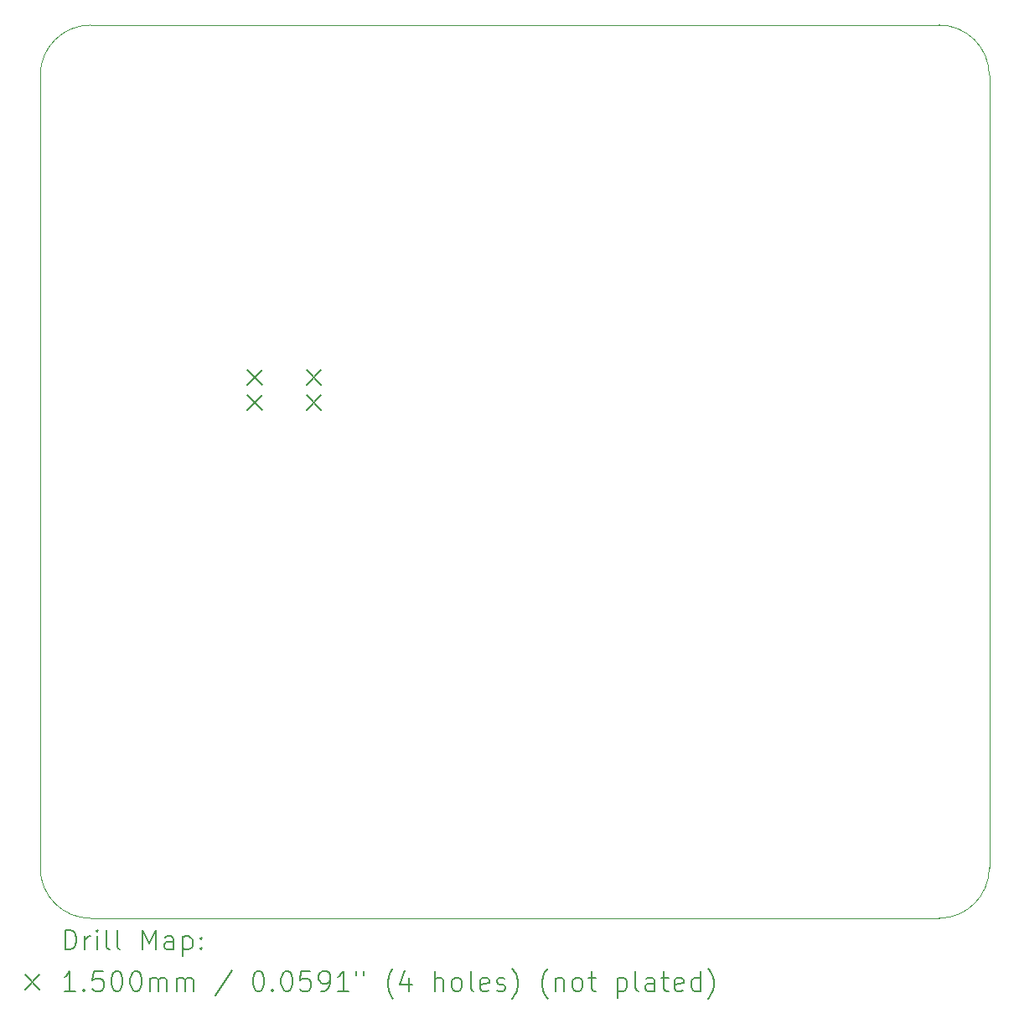
<source format=gbr>
%TF.GenerationSoftware,KiCad,Pcbnew,(6.0.6-33-g9052b063de)*%
%TF.CreationDate,2022-08-23T21:51:57+02:00*%
%TF.ProjectId,CANduino128,43414e64-7569-46e6-9f31-32382e6b6963,rev?*%
%TF.SameCoordinates,Original*%
%TF.FileFunction,Drillmap*%
%TF.FilePolarity,Positive*%
%FSLAX45Y45*%
G04 Gerber Fmt 4.5, Leading zero omitted, Abs format (unit mm)*
G04 Created by KiCad (PCBNEW (6.0.6-33-g9052b063de)) date 2022-08-23 21:51:57*
%MOMM*%
%LPD*%
G01*
G04 APERTURE LIST*
%ADD10C,0.100000*%
%ADD11C,0.200000*%
%ADD12C,0.150000*%
G04 APERTURE END LIST*
D10*
X10731500Y-12954000D02*
G75*
G03*
X11239500Y-13462000I508000J0D01*
G01*
X19812000Y-13462000D02*
G75*
G03*
X20320000Y-12954000I0J508000D01*
G01*
X11239500Y-4445000D02*
X19812000Y-4445000D01*
X19812000Y-13462000D02*
X11239500Y-13462000D01*
X11239500Y-4445000D02*
G75*
G03*
X10731500Y-4953000I0J-508000D01*
G01*
X10731500Y-12954000D02*
X10731500Y-4953000D01*
X20320000Y-4953000D02*
G75*
G03*
X19812000Y-4445000I-508000J0D01*
G01*
X20320000Y-12954000D02*
X20320000Y-4953000D01*
D11*
D12*
X12822000Y-7926000D02*
X12972000Y-8076000D01*
X12972000Y-7926000D02*
X12822000Y-8076000D01*
X12822000Y-8180000D02*
X12972000Y-8330000D01*
X12972000Y-8180000D02*
X12822000Y-8330000D01*
X13422000Y-7926000D02*
X13572000Y-8076000D01*
X13572000Y-7926000D02*
X13422000Y-8076000D01*
X13422000Y-8180000D02*
X13572000Y-8330000D01*
X13572000Y-8180000D02*
X13422000Y-8330000D01*
D11*
X10984119Y-13777476D02*
X10984119Y-13577476D01*
X11031738Y-13577476D01*
X11060310Y-13587000D01*
X11079357Y-13606048D01*
X11088881Y-13625095D01*
X11098405Y-13663190D01*
X11098405Y-13691762D01*
X11088881Y-13729857D01*
X11079357Y-13748905D01*
X11060310Y-13767952D01*
X11031738Y-13777476D01*
X10984119Y-13777476D01*
X11184119Y-13777476D02*
X11184119Y-13644143D01*
X11184119Y-13682238D02*
X11193643Y-13663190D01*
X11203167Y-13653667D01*
X11222214Y-13644143D01*
X11241262Y-13644143D01*
X11307928Y-13777476D02*
X11307928Y-13644143D01*
X11307928Y-13577476D02*
X11298405Y-13587000D01*
X11307928Y-13596524D01*
X11317452Y-13587000D01*
X11307928Y-13577476D01*
X11307928Y-13596524D01*
X11431738Y-13777476D02*
X11412690Y-13767952D01*
X11403167Y-13748905D01*
X11403167Y-13577476D01*
X11536500Y-13777476D02*
X11517452Y-13767952D01*
X11507928Y-13748905D01*
X11507928Y-13577476D01*
X11765071Y-13777476D02*
X11765071Y-13577476D01*
X11831738Y-13720333D01*
X11898405Y-13577476D01*
X11898405Y-13777476D01*
X12079357Y-13777476D02*
X12079357Y-13672714D01*
X12069833Y-13653667D01*
X12050786Y-13644143D01*
X12012690Y-13644143D01*
X11993643Y-13653667D01*
X12079357Y-13767952D02*
X12060309Y-13777476D01*
X12012690Y-13777476D01*
X11993643Y-13767952D01*
X11984119Y-13748905D01*
X11984119Y-13729857D01*
X11993643Y-13710809D01*
X12012690Y-13701286D01*
X12060309Y-13701286D01*
X12079357Y-13691762D01*
X12174595Y-13644143D02*
X12174595Y-13844143D01*
X12174595Y-13653667D02*
X12193643Y-13644143D01*
X12231738Y-13644143D01*
X12250786Y-13653667D01*
X12260309Y-13663190D01*
X12269833Y-13682238D01*
X12269833Y-13739381D01*
X12260309Y-13758428D01*
X12250786Y-13767952D01*
X12231738Y-13777476D01*
X12193643Y-13777476D01*
X12174595Y-13767952D01*
X12355548Y-13758428D02*
X12365071Y-13767952D01*
X12355548Y-13777476D01*
X12346024Y-13767952D01*
X12355548Y-13758428D01*
X12355548Y-13777476D01*
X12355548Y-13653667D02*
X12365071Y-13663190D01*
X12355548Y-13672714D01*
X12346024Y-13663190D01*
X12355548Y-13653667D01*
X12355548Y-13672714D01*
D12*
X10576500Y-14032000D02*
X10726500Y-14182000D01*
X10726500Y-14032000D02*
X10576500Y-14182000D01*
D11*
X11088881Y-14197476D02*
X10974595Y-14197476D01*
X11031738Y-14197476D02*
X11031738Y-13997476D01*
X11012690Y-14026048D01*
X10993643Y-14045095D01*
X10974595Y-14054619D01*
X11174595Y-14178428D02*
X11184119Y-14187952D01*
X11174595Y-14197476D01*
X11165071Y-14187952D01*
X11174595Y-14178428D01*
X11174595Y-14197476D01*
X11365071Y-13997476D02*
X11269833Y-13997476D01*
X11260309Y-14092714D01*
X11269833Y-14083190D01*
X11288881Y-14073667D01*
X11336500Y-14073667D01*
X11355548Y-14083190D01*
X11365071Y-14092714D01*
X11374595Y-14111762D01*
X11374595Y-14159381D01*
X11365071Y-14178428D01*
X11355548Y-14187952D01*
X11336500Y-14197476D01*
X11288881Y-14197476D01*
X11269833Y-14187952D01*
X11260309Y-14178428D01*
X11498405Y-13997476D02*
X11517452Y-13997476D01*
X11536500Y-14007000D01*
X11546024Y-14016524D01*
X11555548Y-14035571D01*
X11565071Y-14073667D01*
X11565071Y-14121286D01*
X11555548Y-14159381D01*
X11546024Y-14178428D01*
X11536500Y-14187952D01*
X11517452Y-14197476D01*
X11498405Y-14197476D01*
X11479357Y-14187952D01*
X11469833Y-14178428D01*
X11460309Y-14159381D01*
X11450786Y-14121286D01*
X11450786Y-14073667D01*
X11460309Y-14035571D01*
X11469833Y-14016524D01*
X11479357Y-14007000D01*
X11498405Y-13997476D01*
X11688881Y-13997476D02*
X11707928Y-13997476D01*
X11726976Y-14007000D01*
X11736500Y-14016524D01*
X11746024Y-14035571D01*
X11755548Y-14073667D01*
X11755548Y-14121286D01*
X11746024Y-14159381D01*
X11736500Y-14178428D01*
X11726976Y-14187952D01*
X11707928Y-14197476D01*
X11688881Y-14197476D01*
X11669833Y-14187952D01*
X11660309Y-14178428D01*
X11650786Y-14159381D01*
X11641262Y-14121286D01*
X11641262Y-14073667D01*
X11650786Y-14035571D01*
X11660309Y-14016524D01*
X11669833Y-14007000D01*
X11688881Y-13997476D01*
X11841262Y-14197476D02*
X11841262Y-14064143D01*
X11841262Y-14083190D02*
X11850786Y-14073667D01*
X11869833Y-14064143D01*
X11898405Y-14064143D01*
X11917452Y-14073667D01*
X11926976Y-14092714D01*
X11926976Y-14197476D01*
X11926976Y-14092714D02*
X11936500Y-14073667D01*
X11955548Y-14064143D01*
X11984119Y-14064143D01*
X12003167Y-14073667D01*
X12012690Y-14092714D01*
X12012690Y-14197476D01*
X12107928Y-14197476D02*
X12107928Y-14064143D01*
X12107928Y-14083190D02*
X12117452Y-14073667D01*
X12136500Y-14064143D01*
X12165071Y-14064143D01*
X12184119Y-14073667D01*
X12193643Y-14092714D01*
X12193643Y-14197476D01*
X12193643Y-14092714D02*
X12203167Y-14073667D01*
X12222214Y-14064143D01*
X12250786Y-14064143D01*
X12269833Y-14073667D01*
X12279357Y-14092714D01*
X12279357Y-14197476D01*
X12669833Y-13987952D02*
X12498405Y-14245095D01*
X12926976Y-13997476D02*
X12946024Y-13997476D01*
X12965071Y-14007000D01*
X12974595Y-14016524D01*
X12984119Y-14035571D01*
X12993643Y-14073667D01*
X12993643Y-14121286D01*
X12984119Y-14159381D01*
X12974595Y-14178428D01*
X12965071Y-14187952D01*
X12946024Y-14197476D01*
X12926976Y-14197476D01*
X12907928Y-14187952D01*
X12898405Y-14178428D01*
X12888881Y-14159381D01*
X12879357Y-14121286D01*
X12879357Y-14073667D01*
X12888881Y-14035571D01*
X12898405Y-14016524D01*
X12907928Y-14007000D01*
X12926976Y-13997476D01*
X13079357Y-14178428D02*
X13088881Y-14187952D01*
X13079357Y-14197476D01*
X13069833Y-14187952D01*
X13079357Y-14178428D01*
X13079357Y-14197476D01*
X13212690Y-13997476D02*
X13231738Y-13997476D01*
X13250786Y-14007000D01*
X13260309Y-14016524D01*
X13269833Y-14035571D01*
X13279357Y-14073667D01*
X13279357Y-14121286D01*
X13269833Y-14159381D01*
X13260309Y-14178428D01*
X13250786Y-14187952D01*
X13231738Y-14197476D01*
X13212690Y-14197476D01*
X13193643Y-14187952D01*
X13184119Y-14178428D01*
X13174595Y-14159381D01*
X13165071Y-14121286D01*
X13165071Y-14073667D01*
X13174595Y-14035571D01*
X13184119Y-14016524D01*
X13193643Y-14007000D01*
X13212690Y-13997476D01*
X13460309Y-13997476D02*
X13365071Y-13997476D01*
X13355548Y-14092714D01*
X13365071Y-14083190D01*
X13384119Y-14073667D01*
X13431738Y-14073667D01*
X13450786Y-14083190D01*
X13460309Y-14092714D01*
X13469833Y-14111762D01*
X13469833Y-14159381D01*
X13460309Y-14178428D01*
X13450786Y-14187952D01*
X13431738Y-14197476D01*
X13384119Y-14197476D01*
X13365071Y-14187952D01*
X13355548Y-14178428D01*
X13565071Y-14197476D02*
X13603167Y-14197476D01*
X13622214Y-14187952D01*
X13631738Y-14178428D01*
X13650786Y-14149857D01*
X13660309Y-14111762D01*
X13660309Y-14035571D01*
X13650786Y-14016524D01*
X13641262Y-14007000D01*
X13622214Y-13997476D01*
X13584119Y-13997476D01*
X13565071Y-14007000D01*
X13555548Y-14016524D01*
X13546024Y-14035571D01*
X13546024Y-14083190D01*
X13555548Y-14102238D01*
X13565071Y-14111762D01*
X13584119Y-14121286D01*
X13622214Y-14121286D01*
X13641262Y-14111762D01*
X13650786Y-14102238D01*
X13660309Y-14083190D01*
X13850786Y-14197476D02*
X13736500Y-14197476D01*
X13793643Y-14197476D02*
X13793643Y-13997476D01*
X13774595Y-14026048D01*
X13755548Y-14045095D01*
X13736500Y-14054619D01*
X13926976Y-13997476D02*
X13926976Y-14035571D01*
X14003167Y-13997476D02*
X14003167Y-14035571D01*
X14298405Y-14273667D02*
X14288881Y-14264143D01*
X14269833Y-14235571D01*
X14260309Y-14216524D01*
X14250786Y-14187952D01*
X14241262Y-14140333D01*
X14241262Y-14102238D01*
X14250786Y-14054619D01*
X14260309Y-14026048D01*
X14269833Y-14007000D01*
X14288881Y-13978428D01*
X14298405Y-13968905D01*
X14460309Y-14064143D02*
X14460309Y-14197476D01*
X14412690Y-13987952D02*
X14365071Y-14130809D01*
X14488881Y-14130809D01*
X14717452Y-14197476D02*
X14717452Y-13997476D01*
X14803167Y-14197476D02*
X14803167Y-14092714D01*
X14793643Y-14073667D01*
X14774595Y-14064143D01*
X14746024Y-14064143D01*
X14726976Y-14073667D01*
X14717452Y-14083190D01*
X14926976Y-14197476D02*
X14907928Y-14187952D01*
X14898405Y-14178428D01*
X14888881Y-14159381D01*
X14888881Y-14102238D01*
X14898405Y-14083190D01*
X14907928Y-14073667D01*
X14926976Y-14064143D01*
X14955548Y-14064143D01*
X14974595Y-14073667D01*
X14984119Y-14083190D01*
X14993643Y-14102238D01*
X14993643Y-14159381D01*
X14984119Y-14178428D01*
X14974595Y-14187952D01*
X14955548Y-14197476D01*
X14926976Y-14197476D01*
X15107928Y-14197476D02*
X15088881Y-14187952D01*
X15079357Y-14168905D01*
X15079357Y-13997476D01*
X15260309Y-14187952D02*
X15241262Y-14197476D01*
X15203167Y-14197476D01*
X15184119Y-14187952D01*
X15174595Y-14168905D01*
X15174595Y-14092714D01*
X15184119Y-14073667D01*
X15203167Y-14064143D01*
X15241262Y-14064143D01*
X15260309Y-14073667D01*
X15269833Y-14092714D01*
X15269833Y-14111762D01*
X15174595Y-14130809D01*
X15346024Y-14187952D02*
X15365071Y-14197476D01*
X15403167Y-14197476D01*
X15422214Y-14187952D01*
X15431738Y-14168905D01*
X15431738Y-14159381D01*
X15422214Y-14140333D01*
X15403167Y-14130809D01*
X15374595Y-14130809D01*
X15355548Y-14121286D01*
X15346024Y-14102238D01*
X15346024Y-14092714D01*
X15355548Y-14073667D01*
X15374595Y-14064143D01*
X15403167Y-14064143D01*
X15422214Y-14073667D01*
X15498405Y-14273667D02*
X15507928Y-14264143D01*
X15526976Y-14235571D01*
X15536500Y-14216524D01*
X15546024Y-14187952D01*
X15555548Y-14140333D01*
X15555548Y-14102238D01*
X15546024Y-14054619D01*
X15536500Y-14026048D01*
X15526976Y-14007000D01*
X15507928Y-13978428D01*
X15498405Y-13968905D01*
X15860309Y-14273667D02*
X15850786Y-14264143D01*
X15831738Y-14235571D01*
X15822214Y-14216524D01*
X15812690Y-14187952D01*
X15803167Y-14140333D01*
X15803167Y-14102238D01*
X15812690Y-14054619D01*
X15822214Y-14026048D01*
X15831738Y-14007000D01*
X15850786Y-13978428D01*
X15860309Y-13968905D01*
X15936500Y-14064143D02*
X15936500Y-14197476D01*
X15936500Y-14083190D02*
X15946024Y-14073667D01*
X15965071Y-14064143D01*
X15993643Y-14064143D01*
X16012690Y-14073667D01*
X16022214Y-14092714D01*
X16022214Y-14197476D01*
X16146024Y-14197476D02*
X16126976Y-14187952D01*
X16117452Y-14178428D01*
X16107928Y-14159381D01*
X16107928Y-14102238D01*
X16117452Y-14083190D01*
X16126976Y-14073667D01*
X16146024Y-14064143D01*
X16174595Y-14064143D01*
X16193643Y-14073667D01*
X16203167Y-14083190D01*
X16212690Y-14102238D01*
X16212690Y-14159381D01*
X16203167Y-14178428D01*
X16193643Y-14187952D01*
X16174595Y-14197476D01*
X16146024Y-14197476D01*
X16269833Y-14064143D02*
X16346024Y-14064143D01*
X16298405Y-13997476D02*
X16298405Y-14168905D01*
X16307928Y-14187952D01*
X16326976Y-14197476D01*
X16346024Y-14197476D01*
X16565071Y-14064143D02*
X16565071Y-14264143D01*
X16565071Y-14073667D02*
X16584119Y-14064143D01*
X16622214Y-14064143D01*
X16641262Y-14073667D01*
X16650786Y-14083190D01*
X16660309Y-14102238D01*
X16660309Y-14159381D01*
X16650786Y-14178428D01*
X16641262Y-14187952D01*
X16622214Y-14197476D01*
X16584119Y-14197476D01*
X16565071Y-14187952D01*
X16774595Y-14197476D02*
X16755548Y-14187952D01*
X16746024Y-14168905D01*
X16746024Y-13997476D01*
X16936500Y-14197476D02*
X16936500Y-14092714D01*
X16926976Y-14073667D01*
X16907929Y-14064143D01*
X16869833Y-14064143D01*
X16850786Y-14073667D01*
X16936500Y-14187952D02*
X16917452Y-14197476D01*
X16869833Y-14197476D01*
X16850786Y-14187952D01*
X16841262Y-14168905D01*
X16841262Y-14149857D01*
X16850786Y-14130809D01*
X16869833Y-14121286D01*
X16917452Y-14121286D01*
X16936500Y-14111762D01*
X17003167Y-14064143D02*
X17079357Y-14064143D01*
X17031738Y-13997476D02*
X17031738Y-14168905D01*
X17041262Y-14187952D01*
X17060310Y-14197476D01*
X17079357Y-14197476D01*
X17222214Y-14187952D02*
X17203167Y-14197476D01*
X17165071Y-14197476D01*
X17146024Y-14187952D01*
X17136500Y-14168905D01*
X17136500Y-14092714D01*
X17146024Y-14073667D01*
X17165071Y-14064143D01*
X17203167Y-14064143D01*
X17222214Y-14073667D01*
X17231738Y-14092714D01*
X17231738Y-14111762D01*
X17136500Y-14130809D01*
X17403167Y-14197476D02*
X17403167Y-13997476D01*
X17403167Y-14187952D02*
X17384119Y-14197476D01*
X17346024Y-14197476D01*
X17326976Y-14187952D01*
X17317452Y-14178428D01*
X17307929Y-14159381D01*
X17307929Y-14102238D01*
X17317452Y-14083190D01*
X17326976Y-14073667D01*
X17346024Y-14064143D01*
X17384119Y-14064143D01*
X17403167Y-14073667D01*
X17479357Y-14273667D02*
X17488881Y-14264143D01*
X17507929Y-14235571D01*
X17517452Y-14216524D01*
X17526976Y-14187952D01*
X17536500Y-14140333D01*
X17536500Y-14102238D01*
X17526976Y-14054619D01*
X17517452Y-14026048D01*
X17507929Y-14007000D01*
X17488881Y-13978428D01*
X17479357Y-13968905D01*
M02*

</source>
